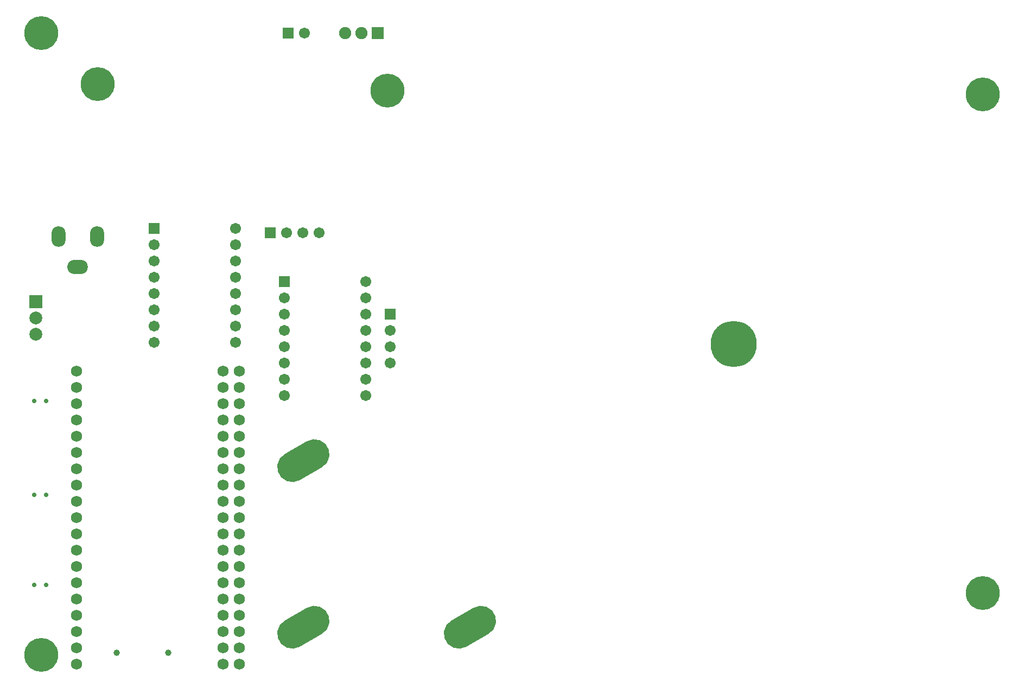
<source format=gbr>
G04 DipTrace 3.3.0.0*
G04 BottomMask.gbr*
%MOIN*%
G04 #@! TF.FileFunction,Soldermask,Bot*
G04 #@! TF.Part,Single*
%AMOUTLINE1*
4,1,16,
0.114883,-0.040597,
0.144785,-0.01285,
0.159858,0.025554,
0.156775,0.066694,
0.136147,0.102424,
0.102059,0.125664,
0.061263,0.131812,
0.022284,0.119789,
-0.114883,0.040597,
-0.144785,0.01285,
-0.159858,-0.025554,
-0.156775,-0.066694,
-0.136147,-0.102424,
-0.102059,-0.125664,
-0.061263,-0.131812,
-0.022284,-0.119789,
0.114883,-0.040597,
0*%
%ADD44C,0.03937*%
%ADD45C,0.027559*%
%ADD56C,0.067031*%
%ADD58R,0.067031X0.067031*%
%ADD60C,0.068031*%
%ADD64C,0.078898*%
%ADD66R,0.078898X0.078898*%
%ADD68C,0.283622*%
%ADD70C,0.208031*%
%ADD80O,0.126142X0.086772*%
%ADD82O,0.086772X0.126142*%
%ADD84C,0.074961*%
%ADD86R,0.074961X0.074961*%
%ADD88C,0.067087*%
%ADD90R,0.067087X0.067087*%
%ADD108OUTLINE1*%
%FSLAX26Y26*%
G04*
G70*
G90*
G75*
G01*
G04 BotMask*
%LPD*%
D90*
X2069016Y4369016D3*
D88*
X2169016D3*
D90*
X2694016Y2644016D3*
D88*
Y2544016D3*
Y2444016D3*
Y2344016D3*
D90*
X1956516Y3144016D3*
D88*
X2056516D3*
X2156516D3*
X2256516D3*
D86*
X2619016Y4369016D3*
D84*
X2519016D3*
X2419016D3*
D82*
X894016Y3119016D3*
X657795D3*
D80*
X775906Y2933976D3*
D44*
X1014882Y562913D3*
X1329843D3*
D70*
X551496Y4370394D3*
X6334606Y929803D3*
Y3992087D3*
X551496Y551496D3*
X896417Y4055433D3*
D108*
X2160669Y718819D3*
Y1742441D3*
X3184291Y718819D3*
D70*
X2677480Y4016063D3*
D68*
X4803465Y2460945D3*
D66*
X519016Y2719016D3*
D64*
Y2619016D3*
Y2519016D3*
D45*
X581417Y979449D3*
X506614D3*
X581417Y1533583D3*
X506614D3*
X581417Y2108583D3*
X506614D3*
D60*
X769016Y494016D3*
Y594016D3*
Y694016D3*
Y794016D3*
Y894016D3*
Y994016D3*
Y1094016D3*
Y1194016D3*
Y1294016D3*
Y1394016D3*
Y1494016D3*
Y1594016D3*
Y1694016D3*
Y1794016D3*
Y1894016D3*
Y1994016D3*
Y2094016D3*
Y2194016D3*
Y2294016D3*
X1669016Y494016D3*
Y594016D3*
Y694016D3*
Y794016D3*
Y894016D3*
Y994016D3*
Y1094016D3*
Y1194016D3*
Y1294016D3*
Y1394016D3*
Y1494016D3*
Y1594016D3*
Y1694016D3*
Y1794016D3*
Y1894016D3*
Y1994016D3*
Y2094016D3*
Y2194016D3*
Y2294016D3*
X1769016D3*
Y494016D3*
Y594016D3*
Y694016D3*
Y794016D3*
Y894016D3*
Y994016D3*
Y1094016D3*
Y1194016D3*
Y1294016D3*
Y1394016D3*
Y1494016D3*
Y1594016D3*
Y1694016D3*
Y1794016D3*
Y1894016D3*
Y1994016D3*
Y2094016D3*
Y2194016D3*
D58*
X2044016Y2844016D3*
D56*
Y2744016D3*
Y2644016D3*
Y2544016D3*
Y2444016D3*
Y2344016D3*
Y2244016D3*
Y2144016D3*
X2544016D3*
Y2244016D3*
Y2344016D3*
Y2444016D3*
Y2544016D3*
Y2644016D3*
Y2744016D3*
Y2844016D3*
D58*
X1244016Y3169016D3*
D56*
Y3069016D3*
Y2969016D3*
Y2869016D3*
Y2769016D3*
Y2669016D3*
Y2569016D3*
Y2469016D3*
X1744016D3*
Y2569016D3*
Y2669016D3*
Y2769016D3*
Y2869016D3*
Y2969016D3*
Y3069016D3*
Y3169016D3*
M02*

</source>
